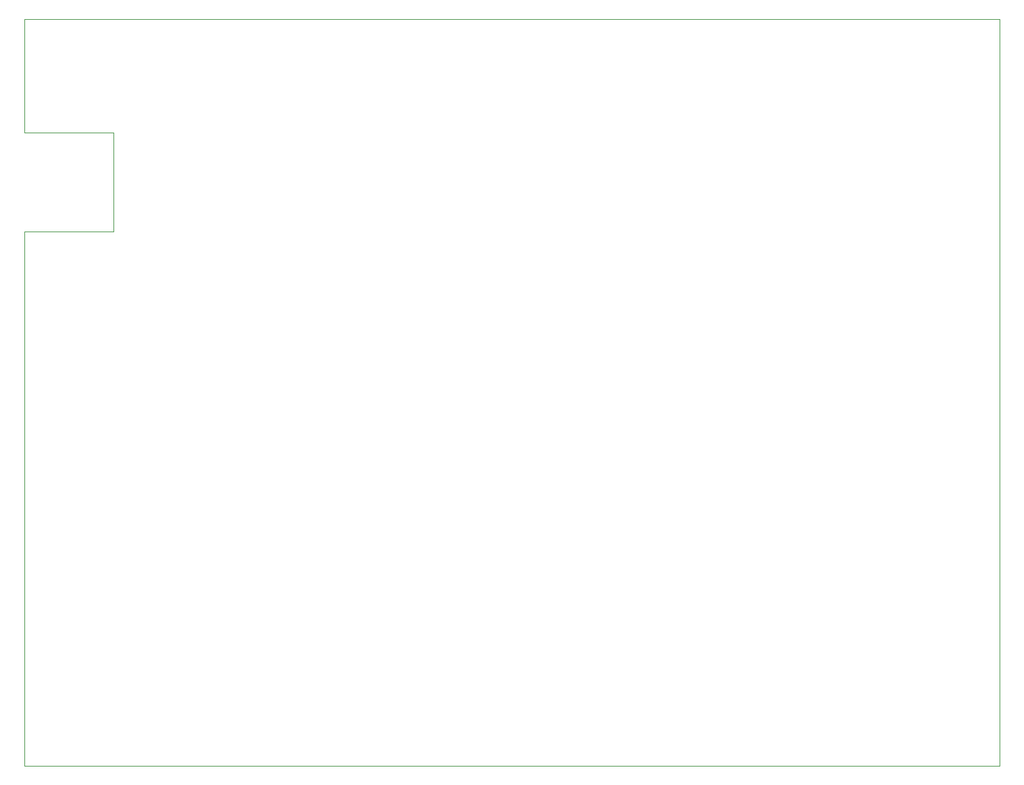
<source format=gm1>
G04 #@! TF.GenerationSoftware,KiCad,Pcbnew,(5.1.5-0-10_14)*
G04 #@! TF.CreationDate,2020-02-16T14:34:08+09:00*
G04 #@! TF.ProjectId,F68K-IO,4636384b-2d49-44f2-9e6b-696361645f70,rev?*
G04 #@! TF.SameCoordinates,Original*
G04 #@! TF.FileFunction,Profile,NP*
%FSLAX46Y46*%
G04 Gerber Fmt 4.6, Leading zero omitted, Abs format (unit mm)*
G04 Created by KiCad (PCBNEW (5.1.5-0-10_14)) date 2020-02-16 14:34:08*
%MOMM*%
%LPD*%
G04 APERTURE LIST*
%ADD10C,0.050000*%
G04 APERTURE END LIST*
D10*
X88265000Y-58420000D02*
X88265000Y-43815000D01*
X99695000Y-71120000D02*
X88265000Y-71120000D01*
X99695000Y-58420000D02*
X99695000Y-71120000D01*
X88265000Y-58420000D02*
X99695000Y-58420000D01*
X213360000Y-43815000D02*
X88265000Y-43815000D01*
X213360000Y-139700000D02*
X213360000Y-43815000D01*
X88265000Y-139700000D02*
X213360000Y-139700000D01*
X88265000Y-71120000D02*
X88265000Y-139700000D01*
M02*

</source>
